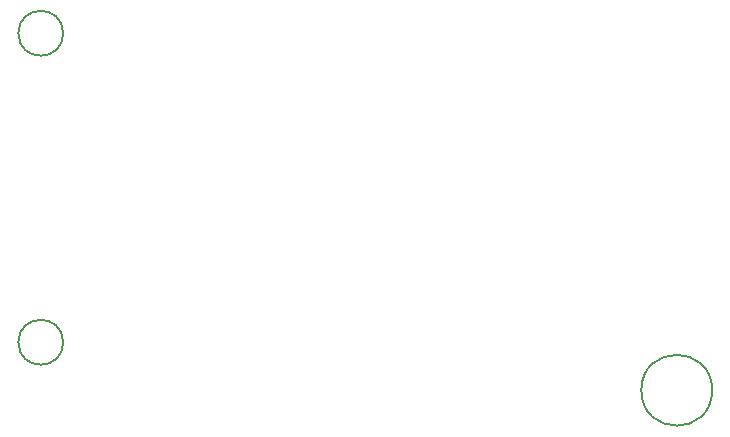
<source format=gbr>
%TF.GenerationSoftware,KiCad,Pcbnew,7.0.11-7.0.11~ubuntu22.04.1*%
%TF.CreationDate,2025-01-08T19:32:42-05:00*%
%TF.ProjectId,sub_rf_mod,7375625f-7266-45f6-9d6f-642e6b696361,rev?*%
%TF.SameCoordinates,Original*%
%TF.FileFunction,Other,Comment*%
%FSLAX46Y46*%
G04 Gerber Fmt 4.6, Leading zero omitted, Abs format (unit mm)*
G04 Created by KiCad (PCBNEW 7.0.11-7.0.11~ubuntu22.04.1) date 2025-01-08 19:32:42*
%MOMM*%
%LPD*%
G01*
G04 APERTURE LIST*
%ADD10C,0.150000*%
G04 APERTURE END LIST*
D10*
%TO.C,H1*%
X115692000Y-94742000D02*
G75*
G03*
X111892000Y-94742000I-1900000J0D01*
G01*
X111892000Y-94742000D02*
G75*
G03*
X115692000Y-94742000I1900000J0D01*
G01*
%TO.C,H3*%
X170640000Y-98806000D02*
G75*
G03*
X164640000Y-98806000I-3000000J0D01*
G01*
X164640000Y-98806000D02*
G75*
G03*
X170640000Y-98806000I3000000J0D01*
G01*
%TO.C,H2*%
X115692000Y-68580000D02*
G75*
G03*
X111892000Y-68580000I-1900000J0D01*
G01*
X111892000Y-68580000D02*
G75*
G03*
X115692000Y-68580000I1900000J0D01*
G01*
%TD*%
M02*

</source>
